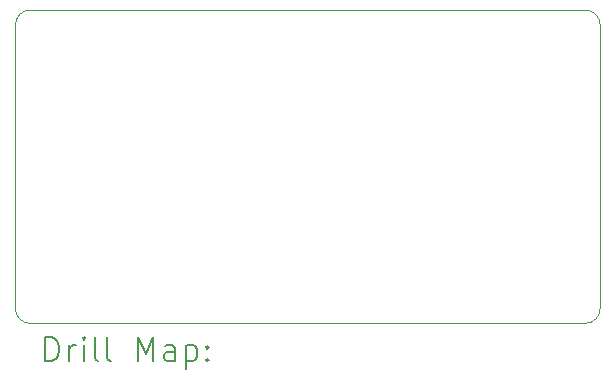
<source format=gbr>
%TF.GenerationSoftware,KiCad,Pcbnew,7.0.5*%
%TF.CreationDate,2024-08-04T18:57:08+08:00*%
%TF.ProjectId,TPS,5450532e-6b69-4636-9164-5f7063625858,rev?*%
%TF.SameCoordinates,Original*%
%TF.FileFunction,Drillmap*%
%TF.FilePolarity,Positive*%
%FSLAX45Y45*%
G04 Gerber Fmt 4.5, Leading zero omitted, Abs format (unit mm)*
G04 Created by KiCad (PCBNEW 7.0.5) date 2024-08-04 18:57:08*
%MOMM*%
%LPD*%
G01*
G04 APERTURE LIST*
%ADD10C,0.120000*%
%ADD11C,0.200000*%
G04 APERTURE END LIST*
D10*
X8670500Y-2900000D02*
X3973100Y-2900000D01*
X3846100Y-5426600D02*
G75*
G03*
X3973100Y-5553600I127000J0D01*
G01*
X3973100Y-2900000D02*
G75*
G03*
X3846100Y-3027000I0J-127000D01*
G01*
X8797500Y-5426600D02*
X8797500Y-3027000D01*
X8670500Y-5553600D02*
X3973100Y-5553600D01*
X3846100Y-3027000D02*
X3846100Y-5426600D01*
X8670500Y-5553600D02*
G75*
G03*
X8797500Y-5426600I0J127000D01*
G01*
X8797500Y-3027000D02*
G75*
G03*
X8670500Y-2900000I-127000J0D01*
G01*
D11*
X4100877Y-5871084D02*
X4100877Y-5671084D01*
X4100877Y-5671084D02*
X4148496Y-5671084D01*
X4148496Y-5671084D02*
X4177067Y-5680608D01*
X4177067Y-5680608D02*
X4196115Y-5699655D01*
X4196115Y-5699655D02*
X4205639Y-5718703D01*
X4205639Y-5718703D02*
X4215163Y-5756798D01*
X4215163Y-5756798D02*
X4215163Y-5785369D01*
X4215163Y-5785369D02*
X4205639Y-5823465D01*
X4205639Y-5823465D02*
X4196115Y-5842512D01*
X4196115Y-5842512D02*
X4177067Y-5861560D01*
X4177067Y-5861560D02*
X4148496Y-5871084D01*
X4148496Y-5871084D02*
X4100877Y-5871084D01*
X4300877Y-5871084D02*
X4300877Y-5737750D01*
X4300877Y-5775846D02*
X4310401Y-5756798D01*
X4310401Y-5756798D02*
X4319924Y-5747274D01*
X4319924Y-5747274D02*
X4338972Y-5737750D01*
X4338972Y-5737750D02*
X4358020Y-5737750D01*
X4424686Y-5871084D02*
X4424686Y-5737750D01*
X4424686Y-5671084D02*
X4415163Y-5680608D01*
X4415163Y-5680608D02*
X4424686Y-5690131D01*
X4424686Y-5690131D02*
X4434210Y-5680608D01*
X4434210Y-5680608D02*
X4424686Y-5671084D01*
X4424686Y-5671084D02*
X4424686Y-5690131D01*
X4548496Y-5871084D02*
X4529448Y-5861560D01*
X4529448Y-5861560D02*
X4519924Y-5842512D01*
X4519924Y-5842512D02*
X4519924Y-5671084D01*
X4653258Y-5871084D02*
X4634210Y-5861560D01*
X4634210Y-5861560D02*
X4624686Y-5842512D01*
X4624686Y-5842512D02*
X4624686Y-5671084D01*
X4881829Y-5871084D02*
X4881829Y-5671084D01*
X4881829Y-5671084D02*
X4948496Y-5813941D01*
X4948496Y-5813941D02*
X5015163Y-5671084D01*
X5015163Y-5671084D02*
X5015163Y-5871084D01*
X5196115Y-5871084D02*
X5196115Y-5766322D01*
X5196115Y-5766322D02*
X5186591Y-5747274D01*
X5186591Y-5747274D02*
X5167544Y-5737750D01*
X5167544Y-5737750D02*
X5129448Y-5737750D01*
X5129448Y-5737750D02*
X5110401Y-5747274D01*
X5196115Y-5861560D02*
X5177067Y-5871084D01*
X5177067Y-5871084D02*
X5129448Y-5871084D01*
X5129448Y-5871084D02*
X5110401Y-5861560D01*
X5110401Y-5861560D02*
X5100877Y-5842512D01*
X5100877Y-5842512D02*
X5100877Y-5823465D01*
X5100877Y-5823465D02*
X5110401Y-5804417D01*
X5110401Y-5804417D02*
X5129448Y-5794893D01*
X5129448Y-5794893D02*
X5177067Y-5794893D01*
X5177067Y-5794893D02*
X5196115Y-5785369D01*
X5291353Y-5737750D02*
X5291353Y-5937750D01*
X5291353Y-5747274D02*
X5310401Y-5737750D01*
X5310401Y-5737750D02*
X5348496Y-5737750D01*
X5348496Y-5737750D02*
X5367544Y-5747274D01*
X5367544Y-5747274D02*
X5377067Y-5756798D01*
X5377067Y-5756798D02*
X5386591Y-5775846D01*
X5386591Y-5775846D02*
X5386591Y-5832988D01*
X5386591Y-5832988D02*
X5377067Y-5852036D01*
X5377067Y-5852036D02*
X5367544Y-5861560D01*
X5367544Y-5861560D02*
X5348496Y-5871084D01*
X5348496Y-5871084D02*
X5310401Y-5871084D01*
X5310401Y-5871084D02*
X5291353Y-5861560D01*
X5472305Y-5852036D02*
X5481829Y-5861560D01*
X5481829Y-5861560D02*
X5472305Y-5871084D01*
X5472305Y-5871084D02*
X5462782Y-5861560D01*
X5462782Y-5861560D02*
X5472305Y-5852036D01*
X5472305Y-5852036D02*
X5472305Y-5871084D01*
X5472305Y-5747274D02*
X5481829Y-5756798D01*
X5481829Y-5756798D02*
X5472305Y-5766322D01*
X5472305Y-5766322D02*
X5462782Y-5756798D01*
X5462782Y-5756798D02*
X5472305Y-5747274D01*
X5472305Y-5747274D02*
X5472305Y-5766322D01*
M02*

</source>
